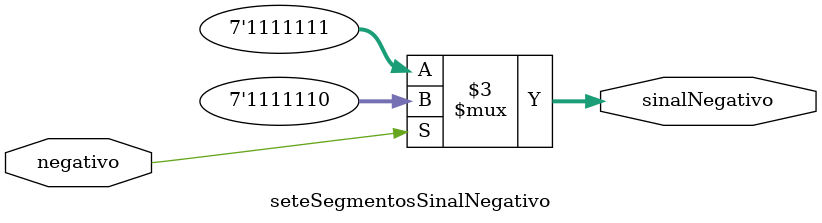
<source format=v>
module seteSegmentosSinalNegativo (negativo, sinalNegativo);

//Entradas
	input 	   	  negativo;

//Saidas
	output reg [6:0] sinalNegativo;

	always @(negativo) begin
		if (negativo) begin
			sinalNegativo <= 7'b1111110;
		end else begin
			sinalNegativo <= 7'b1111111;
		end 
	end

endmodule 
</source>
